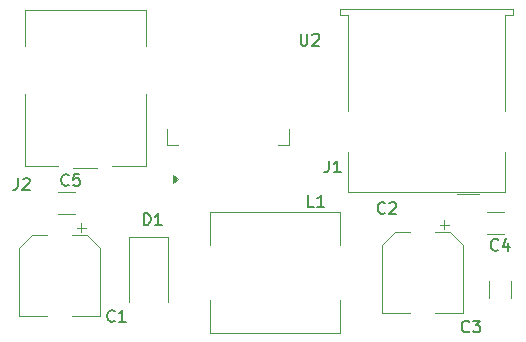
<source format=gbr>
%TF.GenerationSoftware,KiCad,Pcbnew,9.0.3*%
%TF.CreationDate,2025-10-14T12:27:29+02:00*%
%TF.ProjectId,TEST_JLC_PCB,54455354-5f4a-44c4-935f-5043422e6b69,rev?*%
%TF.SameCoordinates,Original*%
%TF.FileFunction,Legend,Top*%
%TF.FilePolarity,Positive*%
%FSLAX46Y46*%
G04 Gerber Fmt 4.6, Leading zero omitted, Abs format (unit mm)*
G04 Created by KiCad (PCBNEW 9.0.3) date 2025-10-14 12:27:29*
%MOMM*%
%LPD*%
G01*
G04 APERTURE LIST*
%ADD10C,0.150000*%
%ADD11C,0.120000*%
G04 APERTURE END LIST*
D10*
X97823333Y-66599580D02*
X97775714Y-66647200D01*
X97775714Y-66647200D02*
X97632857Y-66694819D01*
X97632857Y-66694819D02*
X97537619Y-66694819D01*
X97537619Y-66694819D02*
X97394762Y-66647200D01*
X97394762Y-66647200D02*
X97299524Y-66551961D01*
X97299524Y-66551961D02*
X97251905Y-66456723D01*
X97251905Y-66456723D02*
X97204286Y-66266247D01*
X97204286Y-66266247D02*
X97204286Y-66123390D01*
X97204286Y-66123390D02*
X97251905Y-65932914D01*
X97251905Y-65932914D02*
X97299524Y-65837676D01*
X97299524Y-65837676D02*
X97394762Y-65742438D01*
X97394762Y-65742438D02*
X97537619Y-65694819D01*
X97537619Y-65694819D02*
X97632857Y-65694819D01*
X97632857Y-65694819D02*
X97775714Y-65742438D01*
X97775714Y-65742438D02*
X97823333Y-65790057D01*
X98728095Y-65694819D02*
X98251905Y-65694819D01*
X98251905Y-65694819D02*
X98204286Y-66171009D01*
X98204286Y-66171009D02*
X98251905Y-66123390D01*
X98251905Y-66123390D02*
X98347143Y-66075771D01*
X98347143Y-66075771D02*
X98585238Y-66075771D01*
X98585238Y-66075771D02*
X98680476Y-66123390D01*
X98680476Y-66123390D02*
X98728095Y-66171009D01*
X98728095Y-66171009D02*
X98775714Y-66266247D01*
X98775714Y-66266247D02*
X98775714Y-66504342D01*
X98775714Y-66504342D02*
X98728095Y-66599580D01*
X98728095Y-66599580D02*
X98680476Y-66647200D01*
X98680476Y-66647200D02*
X98585238Y-66694819D01*
X98585238Y-66694819D02*
X98347143Y-66694819D01*
X98347143Y-66694819D02*
X98251905Y-66647200D01*
X98251905Y-66647200D02*
X98204286Y-66599580D01*
X119856666Y-64564819D02*
X119856666Y-65279104D01*
X119856666Y-65279104D02*
X119809047Y-65421961D01*
X119809047Y-65421961D02*
X119713809Y-65517200D01*
X119713809Y-65517200D02*
X119570952Y-65564819D01*
X119570952Y-65564819D02*
X119475714Y-65564819D01*
X120856666Y-65564819D02*
X120285238Y-65564819D01*
X120570952Y-65564819D02*
X120570952Y-64564819D01*
X120570952Y-64564819D02*
X120475714Y-64707676D01*
X120475714Y-64707676D02*
X120380476Y-64802914D01*
X120380476Y-64802914D02*
X120285238Y-64850533D01*
X101713333Y-78119580D02*
X101665714Y-78167200D01*
X101665714Y-78167200D02*
X101522857Y-78214819D01*
X101522857Y-78214819D02*
X101427619Y-78214819D01*
X101427619Y-78214819D02*
X101284762Y-78167200D01*
X101284762Y-78167200D02*
X101189524Y-78071961D01*
X101189524Y-78071961D02*
X101141905Y-77976723D01*
X101141905Y-77976723D02*
X101094286Y-77786247D01*
X101094286Y-77786247D02*
X101094286Y-77643390D01*
X101094286Y-77643390D02*
X101141905Y-77452914D01*
X101141905Y-77452914D02*
X101189524Y-77357676D01*
X101189524Y-77357676D02*
X101284762Y-77262438D01*
X101284762Y-77262438D02*
X101427619Y-77214819D01*
X101427619Y-77214819D02*
X101522857Y-77214819D01*
X101522857Y-77214819D02*
X101665714Y-77262438D01*
X101665714Y-77262438D02*
X101713333Y-77310057D01*
X102665714Y-78214819D02*
X102094286Y-78214819D01*
X102380000Y-78214819D02*
X102380000Y-77214819D01*
X102380000Y-77214819D02*
X102284762Y-77357676D01*
X102284762Y-77357676D02*
X102189524Y-77452914D01*
X102189524Y-77452914D02*
X102094286Y-77500533D01*
X93526666Y-66034819D02*
X93526666Y-66749104D01*
X93526666Y-66749104D02*
X93479047Y-66891961D01*
X93479047Y-66891961D02*
X93383809Y-66987200D01*
X93383809Y-66987200D02*
X93240952Y-67034819D01*
X93240952Y-67034819D02*
X93145714Y-67034819D01*
X93955238Y-66130057D02*
X94002857Y-66082438D01*
X94002857Y-66082438D02*
X94098095Y-66034819D01*
X94098095Y-66034819D02*
X94336190Y-66034819D01*
X94336190Y-66034819D02*
X94431428Y-66082438D01*
X94431428Y-66082438D02*
X94479047Y-66130057D01*
X94479047Y-66130057D02*
X94526666Y-66225295D01*
X94526666Y-66225295D02*
X94526666Y-66320533D01*
X94526666Y-66320533D02*
X94479047Y-66463390D01*
X94479047Y-66463390D02*
X93907619Y-67034819D01*
X93907619Y-67034819D02*
X94526666Y-67034819D01*
X131723333Y-79019580D02*
X131675714Y-79067200D01*
X131675714Y-79067200D02*
X131532857Y-79114819D01*
X131532857Y-79114819D02*
X131437619Y-79114819D01*
X131437619Y-79114819D02*
X131294762Y-79067200D01*
X131294762Y-79067200D02*
X131199524Y-78971961D01*
X131199524Y-78971961D02*
X131151905Y-78876723D01*
X131151905Y-78876723D02*
X131104286Y-78686247D01*
X131104286Y-78686247D02*
X131104286Y-78543390D01*
X131104286Y-78543390D02*
X131151905Y-78352914D01*
X131151905Y-78352914D02*
X131199524Y-78257676D01*
X131199524Y-78257676D02*
X131294762Y-78162438D01*
X131294762Y-78162438D02*
X131437619Y-78114819D01*
X131437619Y-78114819D02*
X131532857Y-78114819D01*
X131532857Y-78114819D02*
X131675714Y-78162438D01*
X131675714Y-78162438D02*
X131723333Y-78210057D01*
X132056667Y-78114819D02*
X132675714Y-78114819D01*
X132675714Y-78114819D02*
X132342381Y-78495771D01*
X132342381Y-78495771D02*
X132485238Y-78495771D01*
X132485238Y-78495771D02*
X132580476Y-78543390D01*
X132580476Y-78543390D02*
X132628095Y-78591009D01*
X132628095Y-78591009D02*
X132675714Y-78686247D01*
X132675714Y-78686247D02*
X132675714Y-78924342D01*
X132675714Y-78924342D02*
X132628095Y-79019580D01*
X132628095Y-79019580D02*
X132580476Y-79067200D01*
X132580476Y-79067200D02*
X132485238Y-79114819D01*
X132485238Y-79114819D02*
X132199524Y-79114819D01*
X132199524Y-79114819D02*
X132104286Y-79067200D01*
X132104286Y-79067200D02*
X132056667Y-79019580D01*
X118593333Y-68484819D02*
X118117143Y-68484819D01*
X118117143Y-68484819D02*
X118117143Y-67484819D01*
X119450476Y-68484819D02*
X118879048Y-68484819D01*
X119164762Y-68484819D02*
X119164762Y-67484819D01*
X119164762Y-67484819D02*
X119069524Y-67627676D01*
X119069524Y-67627676D02*
X118974286Y-67722914D01*
X118974286Y-67722914D02*
X118879048Y-67770533D01*
X117458095Y-53824819D02*
X117458095Y-54634342D01*
X117458095Y-54634342D02*
X117505714Y-54729580D01*
X117505714Y-54729580D02*
X117553333Y-54777200D01*
X117553333Y-54777200D02*
X117648571Y-54824819D01*
X117648571Y-54824819D02*
X117839047Y-54824819D01*
X117839047Y-54824819D02*
X117934285Y-54777200D01*
X117934285Y-54777200D02*
X117981904Y-54729580D01*
X117981904Y-54729580D02*
X118029523Y-54634342D01*
X118029523Y-54634342D02*
X118029523Y-53824819D01*
X118458095Y-53920057D02*
X118505714Y-53872438D01*
X118505714Y-53872438D02*
X118600952Y-53824819D01*
X118600952Y-53824819D02*
X118839047Y-53824819D01*
X118839047Y-53824819D02*
X118934285Y-53872438D01*
X118934285Y-53872438D02*
X118981904Y-53920057D01*
X118981904Y-53920057D02*
X119029523Y-54015295D01*
X119029523Y-54015295D02*
X119029523Y-54110533D01*
X119029523Y-54110533D02*
X118981904Y-54253390D01*
X118981904Y-54253390D02*
X118410476Y-54824819D01*
X118410476Y-54824819D02*
X119029523Y-54824819D01*
X124593333Y-68979580D02*
X124545714Y-69027200D01*
X124545714Y-69027200D02*
X124402857Y-69074819D01*
X124402857Y-69074819D02*
X124307619Y-69074819D01*
X124307619Y-69074819D02*
X124164762Y-69027200D01*
X124164762Y-69027200D02*
X124069524Y-68931961D01*
X124069524Y-68931961D02*
X124021905Y-68836723D01*
X124021905Y-68836723D02*
X123974286Y-68646247D01*
X123974286Y-68646247D02*
X123974286Y-68503390D01*
X123974286Y-68503390D02*
X124021905Y-68312914D01*
X124021905Y-68312914D02*
X124069524Y-68217676D01*
X124069524Y-68217676D02*
X124164762Y-68122438D01*
X124164762Y-68122438D02*
X124307619Y-68074819D01*
X124307619Y-68074819D02*
X124402857Y-68074819D01*
X124402857Y-68074819D02*
X124545714Y-68122438D01*
X124545714Y-68122438D02*
X124593333Y-68170057D01*
X124974286Y-68170057D02*
X125021905Y-68122438D01*
X125021905Y-68122438D02*
X125117143Y-68074819D01*
X125117143Y-68074819D02*
X125355238Y-68074819D01*
X125355238Y-68074819D02*
X125450476Y-68122438D01*
X125450476Y-68122438D02*
X125498095Y-68170057D01*
X125498095Y-68170057D02*
X125545714Y-68265295D01*
X125545714Y-68265295D02*
X125545714Y-68360533D01*
X125545714Y-68360533D02*
X125498095Y-68503390D01*
X125498095Y-68503390D02*
X124926667Y-69074819D01*
X124926667Y-69074819D02*
X125545714Y-69074819D01*
X104181905Y-70024819D02*
X104181905Y-69024819D01*
X104181905Y-69024819D02*
X104420000Y-69024819D01*
X104420000Y-69024819D02*
X104562857Y-69072438D01*
X104562857Y-69072438D02*
X104658095Y-69167676D01*
X104658095Y-69167676D02*
X104705714Y-69262914D01*
X104705714Y-69262914D02*
X104753333Y-69453390D01*
X104753333Y-69453390D02*
X104753333Y-69596247D01*
X104753333Y-69596247D02*
X104705714Y-69786723D01*
X104705714Y-69786723D02*
X104658095Y-69881961D01*
X104658095Y-69881961D02*
X104562857Y-69977200D01*
X104562857Y-69977200D02*
X104420000Y-70024819D01*
X104420000Y-70024819D02*
X104181905Y-70024819D01*
X105705714Y-70024819D02*
X105134286Y-70024819D01*
X105420000Y-70024819D02*
X105420000Y-69024819D01*
X105420000Y-69024819D02*
X105324762Y-69167676D01*
X105324762Y-69167676D02*
X105229524Y-69262914D01*
X105229524Y-69262914D02*
X105134286Y-69310533D01*
X134193333Y-72089580D02*
X134145714Y-72137200D01*
X134145714Y-72137200D02*
X134002857Y-72184819D01*
X134002857Y-72184819D02*
X133907619Y-72184819D01*
X133907619Y-72184819D02*
X133764762Y-72137200D01*
X133764762Y-72137200D02*
X133669524Y-72041961D01*
X133669524Y-72041961D02*
X133621905Y-71946723D01*
X133621905Y-71946723D02*
X133574286Y-71756247D01*
X133574286Y-71756247D02*
X133574286Y-71613390D01*
X133574286Y-71613390D02*
X133621905Y-71422914D01*
X133621905Y-71422914D02*
X133669524Y-71327676D01*
X133669524Y-71327676D02*
X133764762Y-71232438D01*
X133764762Y-71232438D02*
X133907619Y-71184819D01*
X133907619Y-71184819D02*
X134002857Y-71184819D01*
X134002857Y-71184819D02*
X134145714Y-71232438D01*
X134145714Y-71232438D02*
X134193333Y-71280057D01*
X135050476Y-71518152D02*
X135050476Y-72184819D01*
X134812381Y-71137200D02*
X134574286Y-71851485D01*
X134574286Y-71851485D02*
X135193333Y-71851485D01*
D11*
%TO.C,C5*%
X98371252Y-67260000D02*
X96948748Y-67260000D01*
X98371252Y-69080000D02*
X96948748Y-69080000D01*
%TO.C,J1*%
X120820000Y-51700000D02*
X120820000Y-52220000D01*
X120820000Y-52220000D02*
X121470000Y-52220000D01*
X121470000Y-60330000D02*
X121470000Y-52220000D01*
X121470000Y-67180000D02*
X121470000Y-63850000D01*
X132530000Y-67400000D02*
X130730000Y-67400000D01*
X134790000Y-52220000D02*
X134790000Y-60330000D01*
X134790000Y-52220000D02*
X135440000Y-52220000D01*
X134790000Y-67180000D02*
X121470000Y-67180000D01*
X134790000Y-67180000D02*
X134790000Y-63850000D01*
X135440000Y-51700000D02*
X120820000Y-51700000D01*
X135440000Y-52220000D02*
X135440000Y-51700000D01*
%TO.C,C1*%
X93650000Y-71924437D02*
X93650000Y-77680000D01*
X93650000Y-77680000D02*
X96000000Y-77680000D01*
X94714437Y-70860000D02*
X93650000Y-71924437D01*
X94714437Y-70860000D02*
X96000000Y-70860000D01*
X98907500Y-69832500D02*
X98907500Y-70620000D01*
X99301250Y-70226250D02*
X98513750Y-70226250D01*
X99405563Y-70860000D02*
X98120000Y-70860000D01*
X99405563Y-70860000D02*
X100470000Y-71924437D01*
X100470000Y-71924437D02*
X100470000Y-77680000D01*
X100470000Y-77680000D02*
X98120000Y-77680000D01*
%TO.C,J2*%
X94120000Y-51790000D02*
X104340000Y-51790000D01*
X94120000Y-54850000D02*
X94120000Y-51790000D01*
X94120000Y-65010000D02*
X94120000Y-58950000D01*
X96930000Y-65010000D02*
X94120000Y-65010000D01*
X100230000Y-65200000D02*
X98230000Y-65200000D01*
X104340000Y-51790000D02*
X104340000Y-54850000D01*
X104340000Y-58950000D02*
X104340000Y-65010000D01*
X104340000Y-65010000D02*
X101530000Y-65010000D01*
%TO.C,C3*%
X133450000Y-74783748D02*
X133450000Y-76206252D01*
X135270000Y-74783748D02*
X135270000Y-76206252D01*
%TO.C,L1*%
X109765000Y-68950000D02*
X120785000Y-68950000D01*
X109765000Y-71750000D02*
X109765000Y-68950000D01*
X109765000Y-79170000D02*
X109765000Y-76370000D01*
X120785000Y-68950000D02*
X120785000Y-71750000D01*
X120785000Y-76370000D02*
X120785000Y-79170000D01*
X120785000Y-79170000D02*
X109765000Y-79170000D01*
%TO.C,U2*%
X106120000Y-61890000D02*
X106120000Y-63255000D01*
X106120000Y-63255000D02*
X107070000Y-63255000D01*
X116520000Y-61890000D02*
X116520000Y-63255000D01*
X116520000Y-63255000D02*
X115570000Y-63255000D01*
X107110000Y-66080000D02*
X106640000Y-66420000D01*
X106640000Y-65740000D01*
X107110000Y-66080000D01*
G36*
X107110000Y-66080000D02*
G01*
X106640000Y-66420000D01*
X106640000Y-65740000D01*
X107110000Y-66080000D01*
G37*
%TO.C,C2*%
X124370000Y-71674437D02*
X124370000Y-77430000D01*
X124370000Y-77430000D02*
X126720000Y-77430000D01*
X125434437Y-70610000D02*
X124370000Y-71674437D01*
X125434437Y-70610000D02*
X126720000Y-70610000D01*
X129627500Y-69582500D02*
X129627500Y-70370000D01*
X130021250Y-69976250D02*
X129233750Y-69976250D01*
X130125563Y-70610000D02*
X128840000Y-70610000D01*
X130125563Y-70610000D02*
X131190000Y-71674437D01*
X131190000Y-71674437D02*
X131190000Y-77430000D01*
X131190000Y-77430000D02*
X128840000Y-77430000D01*
%TO.C,D1*%
X102932500Y-71050000D02*
X102932500Y-76560000D01*
X106232500Y-71050000D02*
X102932500Y-71050000D01*
X106232500Y-71050000D02*
X106232500Y-76560000D01*
%TO.C,C4*%
X133253748Y-68950000D02*
X134676252Y-68950000D01*
X133253748Y-70770000D02*
X134676252Y-70770000D01*
%TD*%
M02*

</source>
